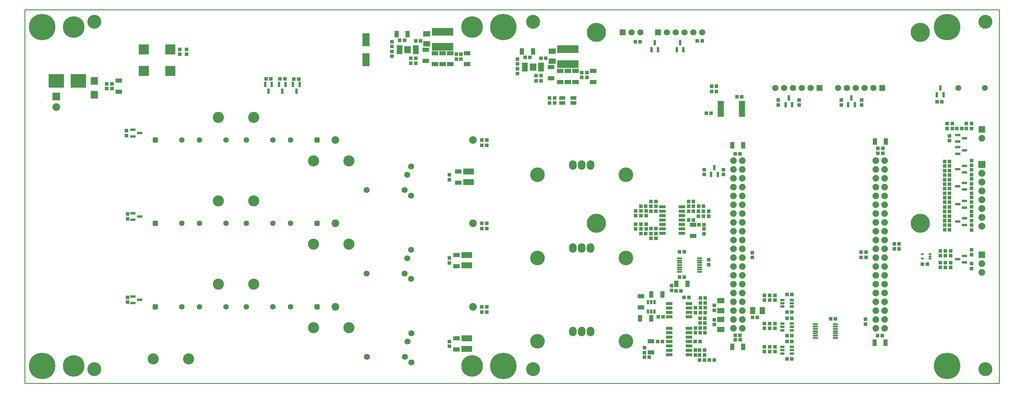
<source format=gts>
G04 Layer_Color=8388736*
%FSLAX43Y43*%
%MOMM*%
G71*
G01*
G75*
%ADD43C,0.254*%
%ADD84R,2.903X2.903*%
%ADD85O,0.950X0.550*%
%ADD86O,1.550X0.500*%
%ADD87R,6.203X2.203*%
%ADD88R,1.203X0.803*%
%ADD89R,0.803X1.553*%
%ADD90R,1.543X2.003*%
%ADD91R,2.003X2.203*%
%ADD92R,1.103X1.003*%
G04:AMPARAMS|DCode=93|XSize=0.653mm|YSize=1.803mm|CornerRadius=0.151mm|HoleSize=0mm|Usage=FLASHONLY|Rotation=90.000|XOffset=0mm|YOffset=0mm|HoleType=Round|Shape=RoundedRectangle|*
%AMROUNDEDRECTD93*
21,1,0.653,1.501,0,0,90.0*
21,1,0.351,1.803,0,0,90.0*
1,1,0.302,0.750,0.175*
1,1,0.302,0.750,-0.175*
1,1,0.302,-0.750,-0.175*
1,1,0.302,-0.750,0.175*
%
%ADD93ROUNDEDRECTD93*%
%ADD94R,4.443X4.013*%
%ADD95R,1.003X1.103*%
%ADD96R,2.003X3.753*%
%ADD97C,4.000*%
G04:AMPARAMS|DCode=98|XSize=0.853mm|YSize=1.853mm|CornerRadius=0.15mm|HoleSize=0mm|Usage=FLASHONLY|Rotation=90.000|XOffset=0mm|YOffset=0mm|HoleType=Round|Shape=RoundedRectangle|*
%AMROUNDEDRECTD98*
21,1,0.853,1.552,0,0,90.0*
21,1,0.552,1.853,0,0,90.0*
1,1,0.301,0.776,0.276*
1,1,0.301,0.776,-0.276*
1,1,0.301,-0.776,-0.276*
1,1,0.301,-0.776,0.276*
%
%ADD98ROUNDEDRECTD98*%
%ADD99R,3.103X1.703*%
%ADD100R,1.903X1.203*%
%ADD101R,1.803X1.003*%
G04:AMPARAMS|DCode=102|XSize=0.503mm|YSize=1.753mm|CornerRadius=0.151mm|HoleSize=0mm|Usage=FLASHONLY|Rotation=90.000|XOffset=0mm|YOffset=0mm|HoleType=Round|Shape=RoundedRectangle|*
%AMROUNDEDRECTD102*
21,1,0.503,1.451,0,0,90.0*
21,1,0.201,1.753,0,0,90.0*
1,1,0.302,0.726,0.101*
1,1,0.302,0.726,-0.101*
1,1,0.302,-0.726,-0.101*
1,1,0.302,-0.726,0.101*
%
%ADD102ROUNDEDRECTD102*%
G04:AMPARAMS|DCode=103|XSize=1.933mm|YSize=2.103mm|CornerRadius=0.153mm|HoleSize=0mm|Usage=FLASHONLY|Rotation=0.000|XOffset=0mm|YOffset=0mm|HoleType=Round|Shape=RoundedRectangle|*
%AMROUNDEDRECTD103*
21,1,1.933,1.796,0,0,0.0*
21,1,1.626,2.103,0,0,0.0*
1,1,0.307,0.813,-0.898*
1,1,0.307,-0.813,-0.898*
1,1,0.307,-0.813,0.898*
1,1,0.307,0.813,0.898*
%
%ADD103ROUNDEDRECTD103*%
%ADD104R,1.553X0.803*%
%ADD105R,0.803X1.203*%
%ADD106R,2.003X1.543*%
%ADD107R,1.203X1.903*%
%ADD108O,2.203X2.703*%
%ADD109C,2.203*%
%ADD110C,3.203*%
%ADD111C,1.803*%
%ADD112R,1.803X1.803*%
%ADD113C,1.703*%
%ADD114C,1.727*%
%ADD115C,7.603*%
%ADD116C,6.203*%
%ADD117C,5.503*%
%ADD118C,1.903*%
%ADD119C,1.953*%
%ADD120R,1.953X1.953*%
%ADD121C,4.203*%
%ADD122R,0.203X0.203*%
%ADD123R,2.203X2.203*%
%ADD124R,2.003X2.003*%
%ADD125C,2.003*%
%ADD126C,1.603*%
G04:AMPARAMS|DCode=127|XSize=1.603mm|YSize=1.603mm|CornerRadius=0.452mm|HoleSize=0mm|Usage=FLASHONLY|Rotation=180.000|XOffset=0mm|YOffset=0mm|HoleType=Round|Shape=RoundedRectangle|*
%AMROUNDEDRECTD127*
21,1,1.603,0.700,0,0,180.0*
21,1,0.700,1.603,0,0,180.0*
1,1,0.903,-0.350,0.350*
1,1,0.903,0.350,0.350*
1,1,0.903,0.350,-0.350*
1,1,0.903,-0.350,-0.350*
%
%ADD127ROUNDEDRECTD127*%
%ADD128C,0.803*%
D43*
X0Y0D02*
X280000D01*
Y107500D01*
X0D02*
X280000D01*
X0Y0D02*
Y107500D01*
D84*
X34190Y96110D02*
D03*
X41810D02*
D03*
Y89890D02*
D03*
X34190D02*
D03*
D85*
X260100Y35850D02*
D03*
Y36500D02*
D03*
X257900Y35850D02*
D03*
Y37150D02*
D03*
X260100D02*
D03*
D86*
X227125Y16950D02*
D03*
Y16300D02*
D03*
Y15650D02*
D03*
Y15000D02*
D03*
Y14350D02*
D03*
Y13700D02*
D03*
Y13050D02*
D03*
X232875Y16950D02*
D03*
Y16300D02*
D03*
Y15650D02*
D03*
Y15000D02*
D03*
Y14350D02*
D03*
Y13700D02*
D03*
Y13050D02*
D03*
X193875Y32050D02*
D03*
Y32700D02*
D03*
Y33350D02*
D03*
Y34000D02*
D03*
Y34650D02*
D03*
Y35300D02*
D03*
Y35950D02*
D03*
X188125Y32050D02*
D03*
Y32700D02*
D03*
Y33350D02*
D03*
Y34000D02*
D03*
Y34650D02*
D03*
Y35300D02*
D03*
Y35950D02*
D03*
D87*
X156000Y96150D02*
D03*
Y91850D02*
D03*
X120000Y101150D02*
D03*
Y96850D02*
D03*
D88*
X217625Y10450D02*
D03*
Y9500D02*
D03*
Y8550D02*
D03*
X220375D02*
D03*
Y9500D02*
D03*
Y10450D02*
D03*
X217625Y23950D02*
D03*
Y23000D02*
D03*
Y22050D02*
D03*
X220375D02*
D03*
Y23000D02*
D03*
Y23950D02*
D03*
X217625Y17150D02*
D03*
Y16200D02*
D03*
Y15250D02*
D03*
X220375D02*
D03*
Y16200D02*
D03*
Y17150D02*
D03*
D89*
X262050Y83025D02*
D03*
X263950D02*
D03*
X263000Y84975D02*
D03*
X198130Y62045D02*
D03*
X199080Y60095D02*
D03*
X197180D02*
D03*
X70000Y84025D02*
D03*
X69050Y85975D02*
D03*
X70950D02*
D03*
X74000Y84025D02*
D03*
X73050Y85975D02*
D03*
X74950D02*
D03*
X78000Y84025D02*
D03*
X77050Y85975D02*
D03*
X78950D02*
D03*
X188300Y97975D02*
D03*
X189250Y96025D02*
D03*
X187350D02*
D03*
X181000Y97975D02*
D03*
X181950Y96025D02*
D03*
X180050D02*
D03*
X237500Y82075D02*
D03*
X238450Y80125D02*
D03*
X236550D02*
D03*
X218550Y80125D02*
D03*
X220450D02*
D03*
X219500Y82075D02*
D03*
D90*
X211930Y20900D02*
D03*
X209070D02*
D03*
D91*
X20000Y87000D02*
D03*
Y83000D02*
D03*
D92*
X214000Y10500D02*
D03*
Y9100D02*
D03*
X215500Y10500D02*
D03*
Y9100D02*
D03*
X209000Y37600D02*
D03*
Y36200D02*
D03*
X241500Y18400D02*
D03*
Y17000D02*
D03*
X222500Y81500D02*
D03*
Y80100D02*
D03*
X214000Y25300D02*
D03*
Y23900D02*
D03*
X196500Y34100D02*
D03*
Y35500D02*
D03*
X198100Y16900D02*
D03*
Y18300D02*
D03*
Y22400D02*
D03*
Y21000D02*
D03*
X266000Y33300D02*
D03*
Y34700D02*
D03*
Y38100D02*
D03*
Y36700D02*
D03*
X29200Y72700D02*
D03*
Y71300D02*
D03*
X234600Y81500D02*
D03*
Y80100D02*
D03*
X29500Y48700D02*
D03*
Y47300D02*
D03*
X240400Y81500D02*
D03*
Y80100D02*
D03*
X29500Y24700D02*
D03*
Y23300D02*
D03*
X105500Y98300D02*
D03*
Y96900D02*
D03*
X141500Y93300D02*
D03*
Y91900D02*
D03*
X195000Y49500D02*
D03*
Y48100D02*
D03*
X196500D02*
D03*
Y49500D02*
D03*
X177000Y49600D02*
D03*
Y48200D02*
D03*
X175500D02*
D03*
Y49600D02*
D03*
X177000Y44400D02*
D03*
Y45800D02*
D03*
X175500D02*
D03*
Y44400D02*
D03*
X185800Y28100D02*
D03*
Y26700D02*
D03*
X105500Y95500D02*
D03*
Y94100D02*
D03*
X124000Y94700D02*
D03*
Y93300D02*
D03*
X141500Y89100D02*
D03*
Y90500D02*
D03*
X160000Y88000D02*
D03*
Y89400D02*
D03*
X46500Y94700D02*
D03*
Y96100D02*
D03*
X25000Y84800D02*
D03*
Y86200D02*
D03*
X200730Y61470D02*
D03*
Y60070D02*
D03*
X195230Y61470D02*
D03*
Y60070D02*
D03*
X195100Y43000D02*
D03*
Y44400D02*
D03*
X122000Y58600D02*
D03*
Y60000D02*
D03*
X193500Y49500D02*
D03*
Y48100D02*
D03*
X122000Y34600D02*
D03*
Y36000D02*
D03*
X178500Y49600D02*
D03*
Y48200D02*
D03*
X122000Y10600D02*
D03*
Y12000D02*
D03*
X178500Y44400D02*
D03*
Y45800D02*
D03*
X178000Y10200D02*
D03*
Y8800D02*
D03*
X192700Y9500D02*
D03*
Y8100D02*
D03*
Y20300D02*
D03*
Y21700D02*
D03*
Y14500D02*
D03*
Y15900D02*
D03*
X270500Y73300D02*
D03*
Y74700D02*
D03*
X266500Y73300D02*
D03*
Y74700D02*
D03*
X264500Y38100D02*
D03*
Y36700D02*
D03*
Y33300D02*
D03*
Y34700D02*
D03*
X263000Y38100D02*
D03*
Y36700D02*
D03*
Y34700D02*
D03*
Y33300D02*
D03*
X265700Y71200D02*
D03*
Y69800D02*
D03*
X215500Y23900D02*
D03*
Y25300D02*
D03*
X23500Y86200D02*
D03*
Y84800D02*
D03*
X44500Y96100D02*
D03*
Y94700D02*
D03*
X161500Y89400D02*
D03*
Y88000D02*
D03*
X125300Y94700D02*
D03*
Y93300D02*
D03*
X272000Y73300D02*
D03*
Y74700D02*
D03*
X265000Y73300D02*
D03*
Y74700D02*
D03*
X272000Y34400D02*
D03*
Y33000D02*
D03*
Y37000D02*
D03*
Y38400D02*
D03*
Y45500D02*
D03*
Y44100D02*
D03*
Y46800D02*
D03*
Y48200D02*
D03*
Y50800D02*
D03*
Y49400D02*
D03*
Y52100D02*
D03*
Y53500D02*
D03*
Y56100D02*
D03*
Y54700D02*
D03*
Y57400D02*
D03*
Y58800D02*
D03*
Y61400D02*
D03*
Y60000D02*
D03*
Y62700D02*
D03*
Y64100D02*
D03*
X212500Y25300D02*
D03*
Y23900D02*
D03*
X216500Y80100D02*
D03*
Y81500D02*
D03*
X215500Y17200D02*
D03*
Y15800D02*
D03*
X212500D02*
D03*
Y17200D02*
D03*
X214000D02*
D03*
Y15800D02*
D03*
X212500Y9100D02*
D03*
Y10500D02*
D03*
D93*
X199950Y80950D02*
D03*
Y80300D02*
D03*
Y79650D02*
D03*
Y79000D02*
D03*
Y78350D02*
D03*
Y77700D02*
D03*
Y77050D02*
D03*
X206050Y80950D02*
D03*
Y80300D02*
D03*
Y79650D02*
D03*
Y79000D02*
D03*
Y78350D02*
D03*
Y77700D02*
D03*
Y77050D02*
D03*
D94*
X9015Y87000D02*
D03*
X15385D02*
D03*
D95*
X269200Y73300D02*
D03*
X267800D02*
D03*
X193200Y98500D02*
D03*
X194600D02*
D03*
X210500Y18900D02*
D03*
X209100D02*
D03*
X264300Y44200D02*
D03*
X265700D02*
D03*
X264300Y48100D02*
D03*
X265700D02*
D03*
X264300Y49400D02*
D03*
X265700D02*
D03*
X264300Y53400D02*
D03*
X265700D02*
D03*
X264300Y54700D02*
D03*
X265700D02*
D03*
X264300Y58600D02*
D03*
X265700D02*
D03*
X264300Y59900D02*
D03*
X265700D02*
D03*
X264300Y63800D02*
D03*
X265700D02*
D03*
Y62500D02*
D03*
X264300D02*
D03*
X265700Y61200D02*
D03*
X264300D02*
D03*
X265700Y57300D02*
D03*
X264300D02*
D03*
X265700Y56000D02*
D03*
X264300D02*
D03*
X195300Y9500D02*
D03*
X193900D02*
D03*
Y6700D02*
D03*
X195300D02*
D03*
Y8100D02*
D03*
X193900D02*
D03*
X189400Y24700D02*
D03*
X190800D02*
D03*
X182000Y19100D02*
D03*
X183400D02*
D03*
X194000Y12000D02*
D03*
X192600D02*
D03*
X265700Y52100D02*
D03*
X264300D02*
D03*
X265700Y50700D02*
D03*
X264300D02*
D03*
X265700Y46800D02*
D03*
X264300D02*
D03*
X265700Y45500D02*
D03*
X264300D02*
D03*
X70700Y87600D02*
D03*
X69300D02*
D03*
X74700D02*
D03*
X73300D02*
D03*
X78700Y87500D02*
D03*
X77300D02*
D03*
X110900Y93500D02*
D03*
X112300D02*
D03*
Y92100D02*
D03*
X110900D02*
D03*
X146900Y88500D02*
D03*
X148300D02*
D03*
Y87000D02*
D03*
X146900D02*
D03*
X132700Y70000D02*
D03*
X131300D02*
D03*
X192100Y49500D02*
D03*
X190700D02*
D03*
Y50900D02*
D03*
X192100D02*
D03*
X132700Y46000D02*
D03*
X131300D02*
D03*
X179900Y49500D02*
D03*
X181300D02*
D03*
Y50900D02*
D03*
X179900D02*
D03*
X132700Y22000D02*
D03*
X131300D02*
D03*
X179900Y44500D02*
D03*
X181300D02*
D03*
Y43100D02*
D03*
X179900D02*
D03*
X195500Y20300D02*
D03*
X194100D02*
D03*
Y24500D02*
D03*
X195500D02*
D03*
Y21700D02*
D03*
X194100D02*
D03*
X195400Y14500D02*
D03*
X194000D02*
D03*
X195400Y15900D02*
D03*
X194000D02*
D03*
Y17300D02*
D03*
X195400D02*
D03*
X193700Y45600D02*
D03*
X195100D02*
D03*
X179400Y7500D02*
D03*
X178000D02*
D03*
X204600Y82400D02*
D03*
X206000D02*
D03*
X176800Y98300D02*
D03*
X175400D02*
D03*
X107700Y98700D02*
D03*
X109100D02*
D03*
X113700Y98500D02*
D03*
X112300D02*
D03*
X145100Y93800D02*
D03*
X143700D02*
D03*
X149700Y93500D02*
D03*
X148300D02*
D03*
X219000Y25500D02*
D03*
X220400D02*
D03*
X246500Y67600D02*
D03*
X245100D02*
D03*
X204130Y12470D02*
D03*
X205530D02*
D03*
X192100Y47000D02*
D03*
X190700D02*
D03*
X189500Y30500D02*
D03*
X188100D02*
D03*
X188500Y26600D02*
D03*
X187100D02*
D03*
X193600Y50900D02*
D03*
X195000D02*
D03*
X178400D02*
D03*
X177000D02*
D03*
X189500Y37800D02*
D03*
X188100D02*
D03*
X178400Y43100D02*
D03*
X177000D02*
D03*
X181800Y12000D02*
D03*
X183200D02*
D03*
X196700Y6700D02*
D03*
X198100D02*
D03*
X195500Y23100D02*
D03*
X194100D02*
D03*
X194000Y18700D02*
D03*
X195400D02*
D03*
X195800Y77700D02*
D03*
X197200D02*
D03*
X197300Y84000D02*
D03*
X198700D02*
D03*
X197300Y85500D02*
D03*
X198700D02*
D03*
X251200Y40100D02*
D03*
X249800D02*
D03*
X240300Y37700D02*
D03*
X241700D02*
D03*
X249800Y38700D02*
D03*
X251200D02*
D03*
X241700Y36200D02*
D03*
X240300D02*
D03*
X220400Y18700D02*
D03*
X219000D02*
D03*
X232900Y18500D02*
D03*
X231500D02*
D03*
X220400Y12000D02*
D03*
X219000D02*
D03*
X179900Y41700D02*
D03*
X181300D02*
D03*
X131300Y20500D02*
D03*
X132700D02*
D03*
X179900Y52300D02*
D03*
X181300D02*
D03*
X131300Y44500D02*
D03*
X132700D02*
D03*
X192100Y52300D02*
D03*
X190700D02*
D03*
X131300Y68500D02*
D03*
X132700D02*
D03*
X205500Y13800D02*
D03*
X204100D02*
D03*
X245100Y66200D02*
D03*
X246500D02*
D03*
X204100Y66000D02*
D03*
X205500D02*
D03*
X246400Y13700D02*
D03*
X245000D02*
D03*
X259300Y34300D02*
D03*
X257900D02*
D03*
X262100Y81000D02*
D03*
X263500D02*
D03*
X152200Y82100D02*
D03*
X150800D02*
D03*
X152200Y80700D02*
D03*
X150800D02*
D03*
X220400Y20500D02*
D03*
X219000D02*
D03*
X220400Y13700D02*
D03*
X219000D02*
D03*
X220400Y7000D02*
D03*
X219000D02*
D03*
D96*
X98000Y98875D02*
D03*
Y93125D02*
D03*
D97*
X20000Y104000D02*
D03*
X146000Y4000D02*
D03*
X20000D02*
D03*
X146000Y104000D02*
D03*
X276000Y4000D02*
D03*
Y104000D02*
D03*
D98*
X185175Y15810D02*
D03*
Y14540D02*
D03*
Y13270D02*
D03*
Y12000D02*
D03*
Y10730D02*
D03*
Y9460D02*
D03*
Y8190D02*
D03*
X190825Y15810D02*
D03*
Y14540D02*
D03*
Y13270D02*
D03*
Y12000D02*
D03*
Y10730D02*
D03*
Y9460D02*
D03*
Y8190D02*
D03*
X185175Y22905D02*
D03*
Y21635D02*
D03*
Y20365D02*
D03*
Y19095D02*
D03*
X190825Y22905D02*
D03*
Y21635D02*
D03*
Y20365D02*
D03*
Y19095D02*
D03*
X188825Y43190D02*
D03*
Y44460D02*
D03*
Y45730D02*
D03*
Y47000D02*
D03*
Y48270D02*
D03*
Y49540D02*
D03*
Y50810D02*
D03*
X183175Y43190D02*
D03*
Y44460D02*
D03*
Y45730D02*
D03*
Y47000D02*
D03*
Y48270D02*
D03*
Y49540D02*
D03*
Y50810D02*
D03*
D99*
X127500Y57900D02*
D03*
Y60900D02*
D03*
X127000Y9900D02*
D03*
Y12900D02*
D03*
Y36900D02*
D03*
Y33900D02*
D03*
D100*
X179900Y8900D02*
D03*
Y12100D02*
D03*
X151200Y91000D02*
D03*
Y87800D02*
D03*
X127100Y91800D02*
D03*
Y95000D02*
D03*
X163300Y86700D02*
D03*
Y89900D02*
D03*
X122200Y95000D02*
D03*
Y91800D02*
D03*
X177000Y25000D02*
D03*
Y21800D02*
D03*
X115200Y96000D02*
D03*
Y92800D02*
D03*
X120000Y95000D02*
D03*
Y91800D02*
D03*
X117800Y95000D02*
D03*
Y91800D02*
D03*
X158200Y89900D02*
D03*
Y86700D02*
D03*
X156000Y89900D02*
D03*
Y86700D02*
D03*
X153800Y89900D02*
D03*
Y86700D02*
D03*
X27000Y87100D02*
D03*
Y83900D02*
D03*
X192000Y45600D02*
D03*
Y42400D02*
D03*
X124500Y60900D02*
D03*
Y57700D02*
D03*
X124000Y36900D02*
D03*
Y33700D02*
D03*
Y12900D02*
D03*
Y9700D02*
D03*
D101*
X154400Y80700D02*
D03*
X157600D02*
D03*
X154400Y82100D02*
D03*
X157600D02*
D03*
D102*
X148325Y90000D02*
D03*
Y90500D02*
D03*
Y91000D02*
D03*
Y91500D02*
D03*
X143675Y90000D02*
D03*
Y90500D02*
D03*
Y91000D02*
D03*
Y91500D02*
D03*
Y92000D02*
D03*
X148325D02*
D03*
X112325Y97000D02*
D03*
X107675D02*
D03*
Y96500D02*
D03*
Y96000D02*
D03*
Y95500D02*
D03*
Y95000D02*
D03*
X112325Y96500D02*
D03*
Y96000D02*
D03*
Y95500D02*
D03*
Y95000D02*
D03*
D103*
X146000Y91000D02*
D03*
X110000Y96000D02*
D03*
D104*
X269975Y67000D02*
D03*
X268025Y66050D02*
D03*
Y67950D02*
D03*
X32975Y72000D02*
D03*
X31025Y71050D02*
D03*
Y72950D02*
D03*
X32975Y48000D02*
D03*
X31025Y47050D02*
D03*
Y48950D02*
D03*
X32975Y24000D02*
D03*
X31025Y23050D02*
D03*
Y24950D02*
D03*
X268025Y61600D02*
D03*
X269975Y62550D02*
D03*
Y60650D02*
D03*
X268025Y56700D02*
D03*
X269975Y57650D02*
D03*
Y55750D02*
D03*
X268025Y51500D02*
D03*
X269975Y52450D02*
D03*
Y50550D02*
D03*
X268025Y46500D02*
D03*
X269975Y47450D02*
D03*
Y45550D02*
D03*
X269975Y34750D02*
D03*
Y36650D02*
D03*
X268025Y35700D02*
D03*
X268025Y71450D02*
D03*
Y69550D02*
D03*
X269975Y70500D02*
D03*
D105*
X179050Y23375D02*
D03*
X180000D02*
D03*
X180950D02*
D03*
Y20625D02*
D03*
X180000D02*
D03*
X179050D02*
D03*
D106*
X200000Y15470D02*
D03*
Y18330D02*
D03*
Y20870D02*
D03*
Y23730D02*
D03*
X115500Y100530D02*
D03*
Y97670D02*
D03*
X151500Y92670D02*
D03*
Y95530D02*
D03*
D107*
X180000Y18700D02*
D03*
X176800D02*
D03*
X180000Y25500D02*
D03*
X183200D02*
D03*
X106800Y100500D02*
D03*
X110000D02*
D03*
X142800Y95500D02*
D03*
X146000D02*
D03*
X203230Y68470D02*
D03*
X206430D02*
D03*
X247330Y11670D02*
D03*
X244130D02*
D03*
X244200Y69600D02*
D03*
X247400D02*
D03*
X206430Y10470D02*
D03*
X203230D02*
D03*
X187200Y28600D02*
D03*
X190400D02*
D03*
D108*
X162550Y14900D02*
D03*
X160000D02*
D03*
X157450D02*
D03*
X162550Y62800D02*
D03*
X160000D02*
D03*
X157450D02*
D03*
Y38900D02*
D03*
X160000D02*
D03*
X162550D02*
D03*
D109*
X89250Y22000D02*
D03*
X128750D02*
D03*
X9000Y79500D02*
D03*
X89250Y70000D02*
D03*
X128750D02*
D03*
X89250Y46000D02*
D03*
X128750D02*
D03*
D110*
X65780Y76500D02*
D03*
X55620D02*
D03*
X47080Y7000D02*
D03*
X36920D02*
D03*
X82920Y16000D02*
D03*
X93080D02*
D03*
Y40000D02*
D03*
X82920D02*
D03*
X93080Y64000D02*
D03*
X82920D02*
D03*
X65780Y28500D02*
D03*
X55620D02*
D03*
X65780Y52500D02*
D03*
X55620D02*
D03*
D111*
X215650Y85000D02*
D03*
X220730D02*
D03*
X225810D02*
D03*
X223270D02*
D03*
X218190D02*
D03*
X174290Y101000D02*
D03*
X176830D02*
D03*
X192070Y101000D02*
D03*
X186990D02*
D03*
X184450D02*
D03*
X189530D02*
D03*
X194610D02*
D03*
X233650Y85000D02*
D03*
X238730D02*
D03*
X243810D02*
D03*
X241270D02*
D03*
X236190D02*
D03*
D112*
X228350Y85000D02*
D03*
X171750Y101000D02*
D03*
X181910Y101000D02*
D03*
X246350Y85000D02*
D03*
D113*
X275800Y85000D02*
D03*
X268200D02*
D03*
D114*
X111100Y14380D02*
D03*
X109220Y7570D02*
D03*
X98300D02*
D03*
X109980Y11970D02*
D03*
X111100Y6000D02*
D03*
X111000Y62380D02*
D03*
X109120Y55570D02*
D03*
X98200D02*
D03*
X109880Y59970D02*
D03*
X111000Y54000D02*
D03*
X98200Y31570D02*
D03*
X111000Y30000D02*
D03*
X109120Y31570D02*
D03*
X109880Y35970D02*
D03*
X111000Y38380D02*
D03*
D115*
X5000Y5000D02*
D03*
Y102500D02*
D03*
X137500D02*
D03*
X265000D02*
D03*
Y5000D02*
D03*
X137500Y5000D02*
D03*
D116*
X14000Y102500D02*
D03*
X128500Y5000D02*
D03*
X14000D02*
D03*
X128500Y102500D02*
D03*
D117*
X164250Y46000D02*
D03*
Y101000D02*
D03*
X257250D02*
D03*
X257270Y46000D02*
D03*
D118*
X203560Y64100D02*
D03*
Y61560D02*
D03*
Y59020D02*
D03*
Y56480D02*
D03*
Y53940D02*
D03*
Y51400D02*
D03*
Y48860D02*
D03*
Y46320D02*
D03*
Y43780D02*
D03*
Y41240D02*
D03*
Y38700D02*
D03*
Y36160D02*
D03*
Y33620D02*
D03*
Y31080D02*
D03*
Y28540D02*
D03*
Y26000D02*
D03*
Y23460D02*
D03*
Y20920D02*
D03*
Y18380D02*
D03*
Y15840D02*
D03*
X206100Y64100D02*
D03*
Y61560D02*
D03*
Y59020D02*
D03*
Y56480D02*
D03*
Y53940D02*
D03*
Y51400D02*
D03*
Y48860D02*
D03*
Y46320D02*
D03*
Y43780D02*
D03*
Y41240D02*
D03*
Y38700D02*
D03*
Y36160D02*
D03*
Y33620D02*
D03*
Y31080D02*
D03*
Y28540D02*
D03*
Y26000D02*
D03*
Y23460D02*
D03*
Y20920D02*
D03*
Y18380D02*
D03*
Y15840D02*
D03*
X247000D02*
D03*
Y18380D02*
D03*
Y20920D02*
D03*
Y23460D02*
D03*
Y26000D02*
D03*
Y28540D02*
D03*
Y31080D02*
D03*
Y33620D02*
D03*
Y36160D02*
D03*
Y38700D02*
D03*
Y41240D02*
D03*
Y43780D02*
D03*
Y46320D02*
D03*
Y48860D02*
D03*
Y51400D02*
D03*
Y53940D02*
D03*
Y56480D02*
D03*
Y59020D02*
D03*
Y61560D02*
D03*
Y64100D02*
D03*
X244460Y15840D02*
D03*
Y18380D02*
D03*
Y20920D02*
D03*
Y23460D02*
D03*
Y26000D02*
D03*
Y28540D02*
D03*
Y31080D02*
D03*
Y33620D02*
D03*
Y36160D02*
D03*
Y38700D02*
D03*
Y41240D02*
D03*
Y43780D02*
D03*
Y46320D02*
D03*
Y48860D02*
D03*
Y51400D02*
D03*
Y53940D02*
D03*
Y56480D02*
D03*
Y59020D02*
D03*
Y61560D02*
D03*
Y64100D02*
D03*
D119*
X275000Y31920D02*
D03*
Y34460D02*
D03*
Y70460D02*
D03*
D120*
Y37000D02*
D03*
Y73000D02*
D03*
D121*
X172700Y60000D02*
D03*
X147300D02*
D03*
X172700Y12100D02*
D03*
X147300D02*
D03*
X172700Y36000D02*
D03*
X147300D02*
D03*
D122*
X4680Y81000D02*
D03*
D123*
X9000Y82500D02*
D03*
D124*
X275000Y63000D02*
D03*
D125*
Y60460D02*
D03*
Y57920D02*
D03*
Y55380D02*
D03*
Y52840D02*
D03*
Y50300D02*
D03*
Y47760D02*
D03*
Y45220D02*
D03*
D126*
X63680Y22000D02*
D03*
X71300D02*
D03*
X76380D02*
D03*
X45120Y70000D02*
D03*
X50200D02*
D03*
X57820D02*
D03*
X63680Y70000D02*
D03*
X71300D02*
D03*
X76380D02*
D03*
X45120Y46000D02*
D03*
X50200D02*
D03*
X57820D02*
D03*
X63680Y46000D02*
D03*
X71300D02*
D03*
X76380D02*
D03*
X45120Y22000D02*
D03*
X50200D02*
D03*
X57820D02*
D03*
D127*
X84000Y22000D02*
D03*
X37500Y70000D02*
D03*
X84000Y70000D02*
D03*
X37500Y46000D02*
D03*
X84000Y46000D02*
D03*
X37500Y22000D02*
D03*
D128*
X145500Y91500D02*
D03*
X146500D02*
D03*
X145500Y90500D02*
D03*
X146500D02*
D03*
X110500Y95500D02*
D03*
X109500D02*
D03*
X110500Y96500D02*
D03*
X109500D02*
D03*
M02*

</source>
